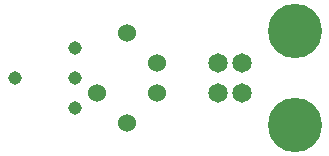
<source format=gbr>
G04 #@! TF.FileFunction,Copper,L4,Bot,Signal*
%FSLAX46Y46*%
G04 Gerber Fmt 4.6, Leading zero omitted, Abs format (unit mm)*
G04 Created by KiCad (PCBNEW 4.0.7) date Wed May 30 19:38:07 2018*
%MOMM*%
%LPD*%
G01*
G04 APERTURE LIST*
%ADD10C,0.100000*%
%ADD11C,1.143000*%
%ADD12C,1.524000*%
%ADD13C,4.600000*%
%ADD14C,1.651000*%
G04 APERTURE END LIST*
D10*
D11*
X134620000Y-104140000D03*
X134620000Y-99060000D03*
X134620000Y-101600000D03*
X129540000Y-101600000D03*
D12*
X139065000Y-105410000D03*
X141605000Y-102870000D03*
X141605000Y-100330000D03*
X139065000Y-97790000D03*
D13*
X153250000Y-105600000D03*
X153250000Y-97600000D03*
D14*
X146760000Y-100350000D03*
X148760000Y-100350000D03*
X146760000Y-102850000D03*
X148760000Y-102850000D03*
D12*
X136525000Y-102870000D03*
M02*

</source>
